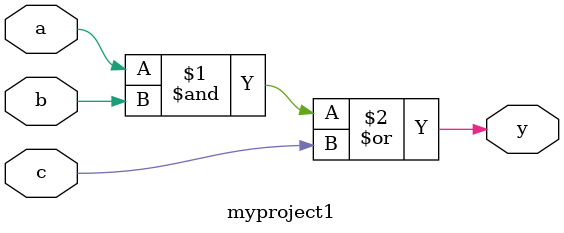
<source format=sv>
`timescale 1ns / 1ps


module myproject1(output y,
                 input a,b,c

                 );
    assign y = a & b | c ;
endmodule

</source>
